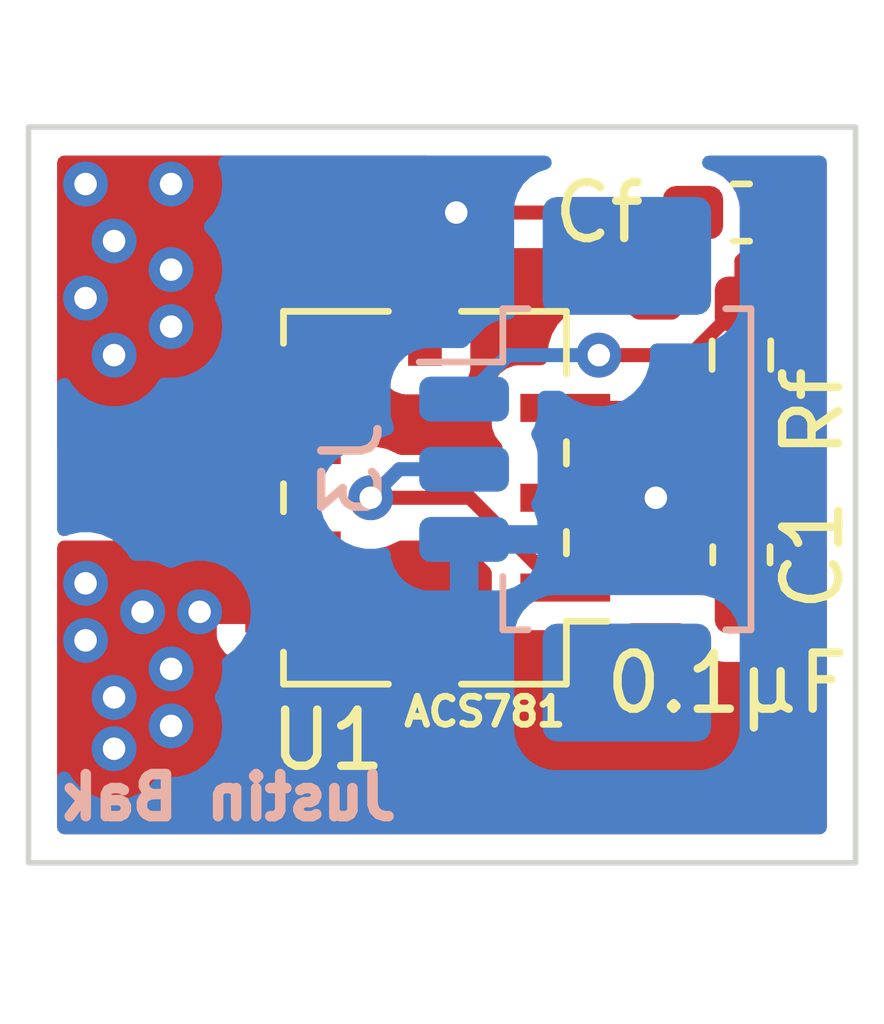
<source format=kicad_pcb>
(kicad_pcb (version 20211014) (generator pcbnew)
  (title_block (title "Current Sensor") (date "2023-01-26") (rev "0.0.2") (company "Montana Tech Robotics Club") (comment 1 "Author: Justin Bak"))
  (layers (0 "F.Cu" signal) (31 "B.Cu" signal) (34 "B.Paste" user) (35 "F.Paste" user) (36 "B.SilkS" user "B.Silkscreen") (37 "F.SilkS" user "F.Silkscreen") (38 "B.Mask" user) (39 "F.Mask" user) (44 "Edge.Cuts" user))
  (net 0 "")
  (net 1 "Net-(J3-Pad1)")
  (net 4 "+3.3V")
  (net 5 "+12V")
  (net 6 "-12V")
  (net 7 "GNDREF")
  (net 8 "Net-(U1-Pad3)")
  (footprint "Resistor_SMD:R_0603_1608Metric_Pad0.98x0.95mm_HandSolder" (layer "F.Cu") (at 212.852 86.36 90)
    (fp_text reference "Rf" (at -1.016 1.27 270) (layer "F.SilkS"))
    (fp_text value "Rf")
    (fp_line (start -0.254724 -0.5225) (end 0.254724 -0.5225) (layer "F.SilkS") (width 0.12))
    (fp_line (start -0.254724 0.5225) (end 0.254724 0.5225) (layer "F.SilkS") (width 0.12))
    (pad "1" smd roundrect (at -0.9125 0 90) (size 0.975 0.95) (layers "F.Cu" "F.Paste" "F.Mask") (net 8 "Net-(U1-Pad3)"))
    (pad "2" smd roundrect (at 0.9125 0 90) (size 0.975 0.95) (layers "F.Cu" "F.Paste" "F.Mask") (net 1 "Net-(J3-Pad1)"))
  )
  (footprint "Sensor_Current:Allegro_PSOF-7_4.8x6.4mm_P1.60mm" (layer "F.Cu") (at 207.264 88.9 180)
    (fp_text reference "U1" (at 1.778 -4.318) (layer "F.SilkS"))
    (fp_text value "ACS781xLRTR-100B")
    (fp_line (start 2.57 3.32) (end 2.57 2.75) (layer "F.SilkS") (width 0.12))
    (fp_line (start -2.47 3.32) (end -2.47 2.2) (layer "F.SilkS") (width 0.12))
    (fp_line (start -0.6 3.32) (end -2.47 3.32) (layer "F.SilkS") (width 0.12))
    (fp_line (start 2.57 3.32) (end 0.7 3.32) (layer "F.SilkS") (width 0.12))
    (fp_line (start -2.47 -2.2) (end -3.2 -2.2) (layer "F.SilkS") (width 0.12))
    (fp_line (start -2.47 -3.32) (end -2.47 -2.2) (layer "F.SilkS") (width 0.12))
    (fp_line (start 2.57 0.25) (end 2.57 -0.25) (layer "F.SilkS") (width 0.12))
    (fp_line (start 2.57 -3.32) (end 2.57 -2.75) (layer "F.SilkS") (width 0.12))
    (fp_line (start -2.47 0.6) (end -2.47 1) (layer "F.SilkS") (width 0.12))
    (fp_line (start -0.6 -3.32) (end -2.47 -3.32) (layer "F.SilkS") (width 0.12))
    (fp_line (start 2.57 -3.32) (end 0.7 -3.32) (layer "F.SilkS") (width 0.12))
    (fp_line (start -2.47 -0.6) (end -2.47 -1) (layer "F.SilkS") (width 0.12))
    (pad "1" smd rect (at -2.45 -1.6 180) (size 1.6 0.5) (layers "F.Cu" "F.Paste" "F.Mask") (net 4 "+3.3V"))
    (pad "2" smd rect (at -2.45 0 180) (size 1.6 0.5) (layers "F.Cu" "F.Paste" "F.Mask") (net 7 "GNDREF"))
    (pad "3" smd rect (at -2.45 1.6 180) (size 1.6 0.5) (layers "F.Cu" "F.Paste" "F.Mask") (net 8 "Net-(U1-Pad3)"))
    (pad "4" smd rect (at 0.05 2.8 180) (size 0.6 0.9) (layers "F.Cu" "F.Paste" "F.Mask"))
    (pad "5" smd rect (at 2.4 1.5 180) (size 1.7 1.8) (layers "F.Cu" "F.Paste" "F.Mask") (net 5 "+12V"))
    (pad "6" smd rect (at 2.4 -1.5 180) (size 1.7 1.8) (layers "F.Cu" "F.Paste" "F.Mask") (net 6 "-12V"))
    (pad "7" smd rect (at 0.05 -2.8 180) (size 0.6 0.9) (layers "F.Cu" "F.Paste" "F.Mask"))
  )
  (footprint "Capacitor_SMD:C_0603_1608Metric_Pad1.08x0.95mm_HandSolder" (layer "F.Cu") (at 212.852 83.82 180)
    (fp_text reference "Cf" (at 2.54 0 180) (layer "F.SilkS"))
    (fp_text value "Cf")
    (fp_line (start -0.146267 0.51) (end 0.146267 0.51) (layer "F.SilkS") (width 0.12))
    (fp_line (start -0.146267 -0.51) (end 0.146267 -0.51) (layer "F.SilkS") (width 0.12))
    (pad "1" smd roundrect (at -0.8625 0 180) (size 1.075 0.95) (layers "F.Cu" "F.Paste" "F.Mask") (net 1 "Net-(J3-Pad1)"))
    (pad "2" smd roundrect (at 0.8625 0 180) (size 1.075 0.95) (layers "F.Cu" "F.Paste" "F.Mask") (net 7 "GNDREF"))
  )
  (footprint "Capacitor_SMD:C_0603_1608Metric_Pad1.08x0.95mm_HandSolder" (layer "F.Cu") (at 212.852 89.916 90)
    (fp_text reference "C1" (at 0 1.27 270) (layer "F.SilkS"))
    (fp_text value "0.1 uF")
    (fp_line (start -0.146267 -0.51) (end 0.146267 -0.51) (layer "F.SilkS") (width 0.12))
    (fp_line (start -0.146267 0.51) (end 0.146267 0.51) (layer "F.SilkS") (width 0.12))
    (pad "1" smd roundrect (at -0.8625 0 90) (size 1.075 0.95) (layers "F.Cu" "F.Paste" "F.Mask") (net 4 "+3.3V"))
    (pad "2" smd roundrect (at 0.8625 0 90) (size 1.075 0.95) (layers "F.Cu" "F.Paste" "F.Mask") (net 7 "GNDREF"))
  )
  (footprint "Connector_Molex:Molex_PicoBlade_53261-0371_1x03-1MP_P1.25mm_Horizontal" (layer "B.Cu") (at 210.312 88.392 -90)
    (fp_text reference "J3" (at 0 4.4 90) (layer "B.SilkS") (effects (justify mirror)))
    (fp_text value "Conn_01x03_Male")
    (fp_line (start -2.86 1.26) (end -2.86 1.71) (layer "B.SilkS") (width 0.12))
    (fp_line (start 2.86 -2.71) (end 2.86 -2.26) (layer "B.SilkS") (width 0.12))
    (fp_line (start -1.91 1.71) (end -1.91 3.2) (layer "B.SilkS") (width 0.12))
    (fp_line (start 2.86 1.26) (end 2.86 1.71) (layer "B.SilkS") (width 0.12))
    (fp_line (start -2.86 1.71) (end -1.91 1.71) (layer "B.SilkS") (width 0.12))
    (fp_line (start 2.86 1.71) (end 1.91 1.71) (layer "B.SilkS") (width 0.12))
    (fp_line (start -2.86 -2.71) (end 2.86 -2.71) (layer "B.SilkS") (width 0.12))
    (fp_line (start -2.86 -2.26) (end -2.86 -2.71) (layer "B.SilkS") (width 0.12))
    (pad "1" smd roundrect (at -1.25 2.4 270) (size 0.8 1.6) (layers "B.Cu" "B.Paste" "B.Mask") (net 1 "Net-(J3-Pad1)"))
    (pad "2" smd roundrect (at 0 2.4 270) (size 0.8 1.6) (layers "B.Cu" "B.Paste" "B.Mask") (net 4 "+3.3V"))
    (pad "3" smd roundrect (at 1.25 2.4 270) (size 0.8 1.6) (layers "B.Cu" "B.Paste" "B.Mask") (net 7 "GNDREF"))
    (pad "MP" smd roundrect (at -3.8 -0.5 270) (size 2.1 3) (layers "B.Cu" "B.Paste" "B.Mask") (roundrect_rratio 0.1190480952))
    (pad "MP" smd roundrect (at 3.8 -0.5 270) (size 2.1 3) (layers "B.Cu" "B.Paste" "B.Mask") (roundrect_rratio 0.1190480952))
  )
  (gr_rect (start 200.152 82.296) (end 214.884 95.4024) (layer "Edge.Cuts") (width 0.1) (fill none))
  (gr_text "Justin Bak" (at 203.708 94.234) (layer "B.SilkS") (effects (font (size 0.75 0.75) (thickness 0.1875)) (justify mirror)))
  (gr_text "0.1μF" (at 212.598 92.202) (layer "F.SilkS") (effects (font (size 1 1))))
  (gr_text "ACS781" (at 208.28 92.71) (layer "F.SilkS") (effects (font (size 0.5 0.5) (thickness 0.12))))
  (segment (start 210.312 86.36) (end 211.9395 86.36) (width 0.25) (layer "F.Cu") (net 1))
  (segment (start 212.852 85.4475) (end 212.852 84.6825) (width 0.25) (layer "F.Cu") (net 1))
  (segment (start 212.852 84.6825) (end 213.7145 83.82) (width 0.25) (layer "F.Cu") (net 1))
  (segment (start 211.9395 86.36) (end 212.852 85.4475) (width 0.25) (layer "F.Cu") (net 1))
  (via (at 210.312 86.36) (size 0.8) (drill 0.4) (layers "F.Cu" "B.Cu") (net 1))
  (segment (start 207.912 87.142) (end 208.694 86.36) (width 0.25) (layer "B.Cu") (net 1))
  (segment (start 208.694 86.36) (end 210.312 86.36) (width 0.25) (layer "B.Cu") (net 1))
  (segment (start 212.852 90.7785) (end 212.5735 90.5) (width 0.25) (layer "F.Cu") (net 4))
  (segment (start 208.014 88.9) (end 206.248 88.9) (width 0.25) (layer "F.Cu") (net 4))
  (segment (start 209.614 90.5) (end 208.014 88.9) (width 0.25) (layer "F.Cu") (net 4))
  (segment (start 212.5735 90.5) (end 209.714 90.5) (width 0.25) (layer "F.Cu") (net 4))
  (segment (start 209.714 90.5) (end 209.614 90.5) (width 0.25) (layer "F.Cu") (net 4))
  (via (at 206.248 88.9) (size 0.8) (drill 0.4) (layers "F.Cu" "B.Cu") (net 4))
  (segment (start 206.756 88.392) (end 206.248 88.9) (width 0.25) (layer "B.Cu") (net 4))
  (segment (start 207.912 88.392) (end 206.756 88.392) (width 0.25) (layer "B.Cu") (net 4))
  (segment (start 204.864 87.4) (end 202.716 87.4) (width 1.5) (layer "F.Cu") (net 5))
  (via (at 202.692 85.852) (size 0.8) (drill 0.4) (layers "F.Cu" "B.Cu") (net 5))
  (via (at 202.692 84.836) (size 0.8) (drill 0.4) (layers "F.Cu" "B.Cu") (net 5))
  (via (at 201.168 85.344) (size 0.8) (drill 0.4) (layers "F.Cu" "B.Cu") (net 5))
  (via (at 201.676 84.328) (size 0.8) (drill 0.4) (layers "F.Cu" "B.Cu") (net 5))
  (via (at 201.676 86.36) (size 0.8) (drill 0.4) (layers "F.Cu" "B.Cu") (net 5))
  (via (at 202.692 83.312) (size 0.8) (drill 0.4) (layers "F.Cu" "B.Cu") (net 5))
  (via (at 201.168 83.312) (size 0.8) (drill 0.4) (layers "F.Cu" "B.Cu") (net 5))
  (segment (start 204.864 90.4) (end 202.97 90.4) (width 1.5) (layer "F.Cu") (net 6))
  (via (at 201.168 91.44) (size 0.8) (drill 0.4) (layers "F.Cu" "B.Cu") (net 6))
  (via (at 202.692 91.948) (size 0.8) (drill 0.4) (layers "F.Cu" "B.Cu") (net 6))
  (via (at 201.676 92.456) (size 0.8) (drill 0.4) (layers "F.Cu" "B.Cu") (net 6))
  (via (at 201.676 93.3704) (size 0.8) (drill 0.4) (layers "F.Cu" "B.Cu") (net 6))
  (via (at 202.692 92.964) (size 0.8) (drill 0.4) (layers "F.Cu" "B.Cu") (net 6))
  (via (at 202.184 90.932) (size 0.8) (drill 0.4) (layers "F.Cu" "B.Cu") (net 6))
  (via (at 203.2 90.932) (size 0.8) (drill 0.4) (layers "F.Cu" "B.Cu") (net 6))
  (via (at 201.168 90.424) (size 0.8) (drill 0.4) (layers "F.Cu" "B.Cu") (net 6))
  (segment (start 212.852 89.0535) (end 211.4815 89.0535) (width 0.25) (layer "F.Cu") (net 7))
  (segment (start 211.4815 89.0535) (end 211.328 88.9) (width 0.25) (layer "F.Cu") (net 7))
  (segment (start 209.714 88.9) (end 211.328 88.9) (width 0.25) (layer "F.Cu") (net 7))
  (segment (start 211.9895 83.82) (end 207.772 83.82) (width 0.25) (layer "F.Cu") (net 7))
  (via (at 211.328 88.9) (size 0.8) (drill 0.4) (layers "F.Cu" "B.Cu") (net 7))
  (via (at 207.772 83.82) (size 0.8) (drill 0.4) (layers "F.Cu" "B.Cu") (net 7))
  (segment (start 212.8245 87.3) (end 212.852 87.2725) (width 0.25) (layer "F.Cu") (net 8))
  (segment (start 209.714 87.3) (end 212.8245 87.3) (width 0.25) (layer "F.Cu") (net 8))
  (zone (net 5) (net_name "+12V") (layer "F.Cu") (connect_pads (clearance 0.508)) (min_thickness 0.254) (fill yes (thermal_gap 0.508) (thermal_bridge_width 0.508))
    (polygon (pts (xy 215.392 88.138) (xy 199.644 88.138) (xy 199.644 81.788) (xy 215.392 81.788)))
  )
  (zone (net 6) (net_name "-12V") (layer "F.Cu") (connect_pads (clearance 0.508)) (min_thickness 0.254) (fill yes (thermal_gap 0.508) (thermal_bridge_width 0.508))
    (polygon (pts (xy 215.392 95.504) (xy 199.644 95.504) (xy 199.644 89.662) (xy 215.392 89.662)))
  )
  (zone (net 7) (net_name "GNDREF") (layer "B.Cu") (connect_pads (clearance 0.508)) (min_thickness 0.254) (fill yes (thermal_gap 0.508) (thermal_bridge_width 0.508))
    (polygon (pts (xy 215.392 95.504) (xy 199.644 95.504) (xy 199.644 81.788) (xy 215.392 81.788)))
  )
)
</source>
